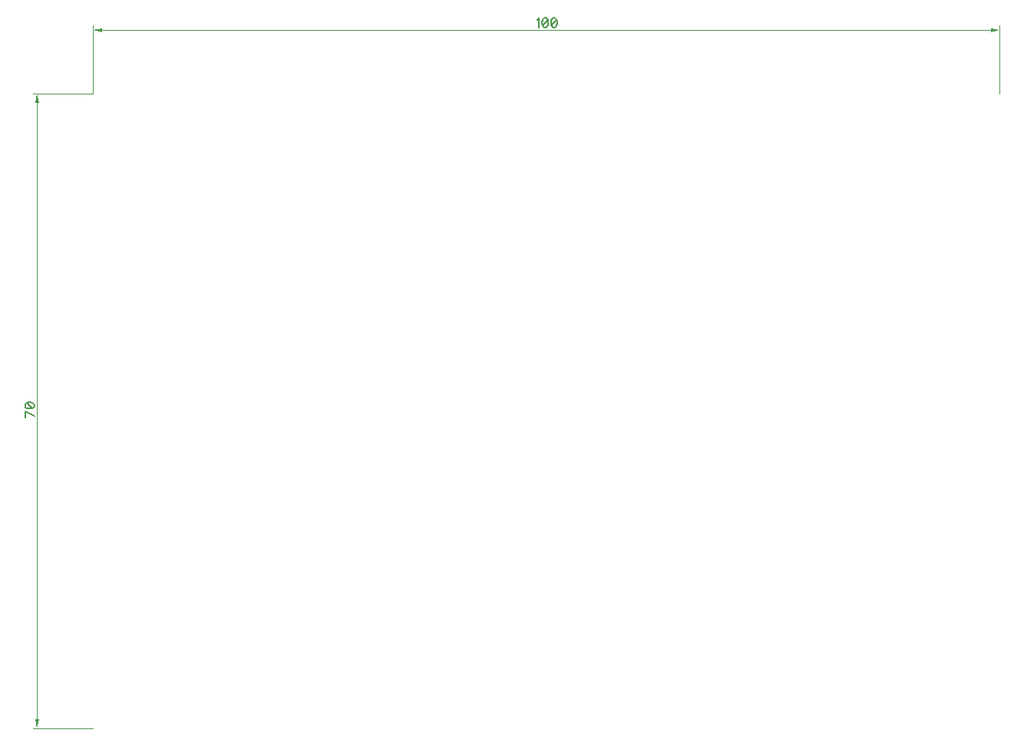
<source format=gbr>
G04 DipTrace 3.3.1.1*
G04 TopDimension.gbr*
%MOIN*%
G04 #@! TF.FileFunction,Drawing,Top*
G04 #@! TF.Part,Single*
%ADD13C,0.001378*%
%ADD88C,0.006176*%
%FSLAX26Y26*%
G04*
G70*
G90*
G75*
G01*
G04 TopDimension*
%LPD*%
X394016Y3149921D2*
D13*
Y3445197D1*
X4331024Y3149921D2*
Y3445197D1*
X2362520Y3425512D2*
X433386D1*
G36*
X394016D2*
X433386Y3433386D1*
Y3417638D1*
X394016Y3425512D1*
G37*
X2362520D2*
D13*
X4291654D1*
G36*
X4331024D2*
X4291654Y3417638D1*
Y3433386D1*
X4331024Y3425512D1*
G37*
X394016Y3149921D2*
D13*
X131520D1*
X394016Y394016D2*
X131520D1*
X151205Y1771969D2*
Y3110551D1*
G36*
Y3149921D2*
X159079Y3110551D1*
X143331D1*
X151205Y3149921D1*
G37*
Y1771969D2*
D13*
Y433386D1*
G36*
Y394016D2*
X143331Y433386D1*
X159079D1*
X151205Y394016D1*
G37*
X2321664Y3470221D2*
D88*
X2325511Y3472167D1*
X2331259Y3477870D1*
Y3437723D1*
X2355106Y3477870D2*
X2349358Y3475969D1*
X2345512Y3470221D1*
X2343610Y3460670D1*
Y3454922D1*
X2345512Y3445372D1*
X2349358Y3439624D1*
X2355106Y3437723D1*
X2358909D1*
X2364657Y3439624D1*
X2368459Y3445372D1*
X2370405Y3454922D1*
Y3460670D1*
X2368459Y3470221D1*
X2364657Y3475969D1*
X2358909Y3477870D1*
X2355106D1*
X2368459Y3470221D2*
X2345512Y3445372D1*
X2394252Y3477870D2*
X2388504Y3475969D1*
X2384658Y3470221D1*
X2382756Y3460670D1*
Y3454922D1*
X2384658Y3445372D1*
X2388504Y3439624D1*
X2394252Y3437723D1*
X2398055D1*
X2403803Y3439624D1*
X2407606Y3445372D1*
X2409551Y3454922D1*
Y3460670D1*
X2407606Y3470221D1*
X2403803Y3475969D1*
X2398055Y3477870D1*
X2394252D1*
X2407606Y3470221D2*
X2384658Y3445372D1*
X138994Y1749735D2*
X98846Y1768881D1*
Y1742086D1*
Y1792728D2*
X100747Y1786980D1*
X106495Y1783133D1*
X116046Y1781232D1*
X121794D1*
X131345Y1783133D1*
X137093Y1786980D1*
X138994Y1792728D1*
Y1796531D1*
X137093Y1802279D1*
X131345Y1806081D1*
X121794Y1808027D1*
X116046D1*
X106495Y1806081D1*
X100747Y1802279D1*
X98846Y1796531D1*
Y1792728D1*
X106495Y1806081D2*
X131345Y1783133D1*
M02*

</source>
